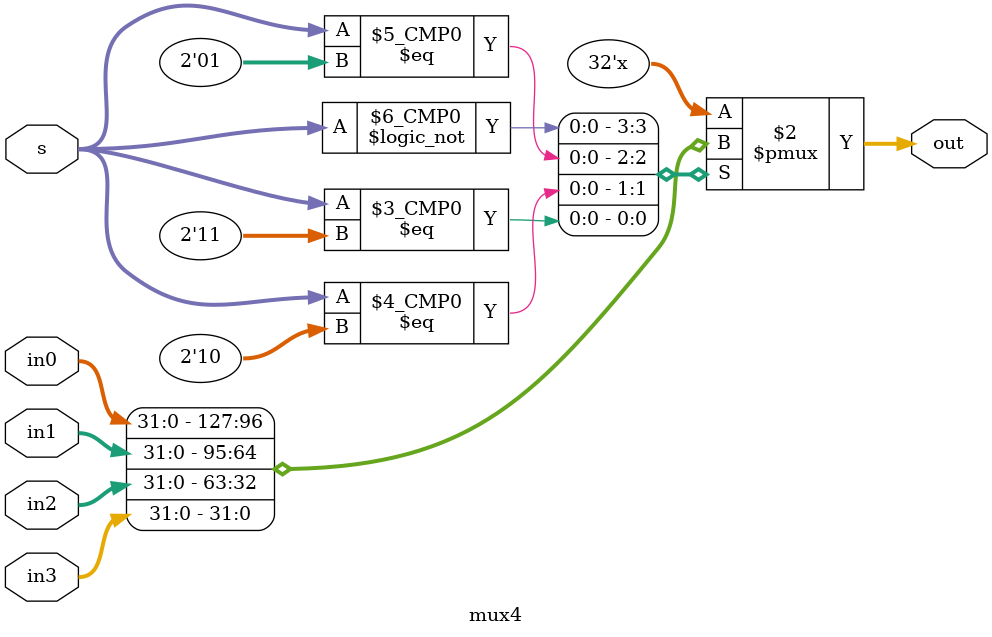
<source format=v>

module mux4(input [1:0] s,
           input [31:0] in0,
           input [31:0] in1,
           input [31:0] in2,
           input [31:0] in3,
           output reg [31:0] out);

always @(*) begin
    case(s)
        2'b00: begin out = in0; end
        2'b01: begin out = in1; end
        2'b10: begin out = in2; end
        2'b11: begin out = in3; end
    endcase
end

endmodule

</source>
